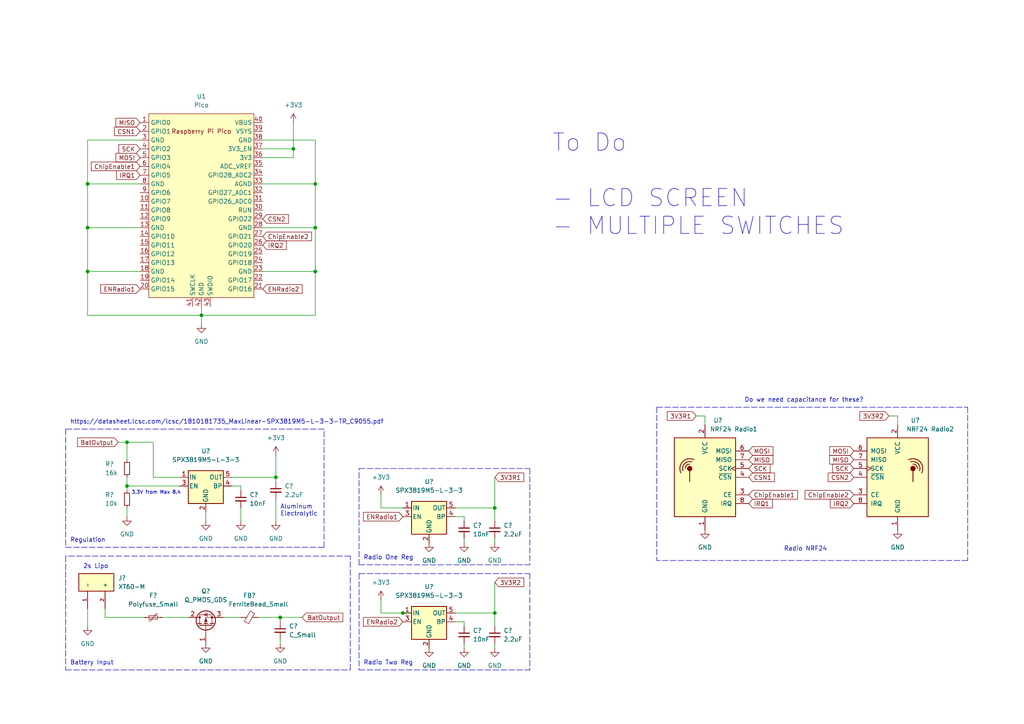
<source format=kicad_sch>
(kicad_sch (version 20211123) (generator eeschema)
  (paper "A4")
  (lib_symbols
    (symbol "Device:C_Small" (pin_numbers hide) (pin_names (offset 0.254) hide)
      (property "Reference" "C" (at 0.254 1.778 0))
      (property "Value" "C_Small" (at 0.254 -2.032 0))
      (symbol "C_Small_0_1"
        (polyline (pts (xy -1.524 -0.508) (xy 1.524 -0.508)) (stroke (width 0.3302)))
        (polyline (pts (xy -1.524 0.508) (xy 1.524 0.508)) (stroke (width 0.3048)))
      )
      (symbol "C_Small_1_1"
        (pin passive line (at 0 2.54 270) (length 2.032) (name "~") (number "1"))
        (pin passive line (at 0 -2.54 90) (length 2.032) (name "~") (number "2"))
      )
    )
    (symbol "Device:FerriteBead_Small" (pin_numbers hide) (pin_names (offset 0))
      (property "Reference" "FB" (at 1.905 1.27 0))
      (property "Value" "FerriteBead_Small" (at 1.905 -1.27 0))
      (symbol "FerriteBead_Small_0_1"
        (polyline (pts (xy 0 -1.27) (xy 0 -0.7874)))
        (polyline (pts (xy 0 0.889) (xy 0 1.2954)))
        (polyline (pts (xy -1.8288 0.2794) (xy -1.1176 1.4986) (xy 1.8288 -0.2032) (xy 1.1176 -1.4224) (xy -1.8288 0.2794)))
      )
      (symbol "FerriteBead_Small_1_1"
        (pin passive line (at 0 2.54 270) (length 1.27) (name "~") (number "1"))
        (pin passive line (at 0 -2.54 90) (length 1.27) (name "~") (number "2"))
      )
    )
    (symbol "Device:Polyfuse_Small" (pin_numbers hide) (pin_names (offset 0))
      (property "Reference" "F" (at -1.905 0 90))
      (property "Value" "Polyfuse_Small" (at 1.905 0 90))
      (symbol "Polyfuse_Small_0_1"
        (rectangle (start -0.508 1.27) (end 0.508 -1.27))
        (polyline (pts (xy 0 2.54) (xy 0 -2.54)))
        (polyline (pts (xy -1.016 1.27) (xy -1.016 0.762) (xy 1.016 -0.762) (xy 1.016 -1.27)))
      )
      (symbol "Polyfuse_Small_1_1"
        (pin passive line (at 0 2.54 270) (length 0.635) (name "~") (number "1"))
        (pin passive line (at 0 -2.54 90) (length 0.635) (name "~") (number "2"))
      )
    )
    (symbol "Device:Q_PMOS_GDS" (pin_names (offset 0) hide)
      (property "Reference" "Q" (at 5.08 1.27 0))
      (property "Value" "Q_PMOS_GDS" (at 5.08 -1.27 0))
      (symbol "Q_PMOS_GDS_0_1"
        (polyline (pts (xy 0.254 0) (xy -2.54 0)))
        (polyline (pts (xy 0.254 1.905) (xy 0.254 -1.905)) (stroke (width 0.254)))
        (polyline (pts (xy 0.762 -1.27) (xy 0.762 -2.286)) (stroke (width 0.254)))
        (polyline (pts (xy 0.762 0.508) (xy 0.762 -0.508)) (stroke (width 0.254)))
        (polyline (pts (xy 0.762 2.286) (xy 0.762 1.27)) (stroke (width 0.254)))
        (polyline (pts (xy 2.54 2.54) (xy 2.54 1.778)))
        (polyline (pts (xy 2.54 -2.54) (xy 2.54 0) (xy 0.762 0)))
        (polyline (pts (xy 0.762 1.778) (xy 3.302 1.778) (xy 3.302 -1.778) (xy 0.762 -1.778)))
        (polyline (pts (xy 2.286 0) (xy 1.27 0.381) (xy 1.27 -0.381) (xy 2.286 0)) (fill (type outline)))
        (polyline (pts (xy 2.794 -0.508) (xy 2.921 -0.381) (xy 3.683 -0.381) (xy 3.81 -0.254)))
        (polyline (pts (xy 3.302 -0.381) (xy 2.921 0.254) (xy 3.683 0.254) (xy 3.302 -0.381)))
        (circle (center 1.651 0) (radius 2.794) (stroke (width 0.254)))
        (circle (center 2.54 -1.778) (radius 0.254) (fill (type outline)))
        (circle (center 2.54 1.778) (radius 0.254) (fill (type outline)))
      )
      (symbol "Q_PMOS_GDS_1_1"
        (pin input line (at -5.08 0 0) (length 2.54) (name "G") (number "1"))
        (pin passive line (at 2.54 5.08 270) (length 2.54) (name "D") (number "2"))
        (pin passive line (at 2.54 -5.08 90) (length 2.54) (name "S") (number "3"))
      )
    )
    (symbol "Device:R_Small" (pin_numbers hide) (pin_names (offset 0.254) hide)
      (property "Reference" "R" (at 0.762 0.508 0))
      (property "Value" "R_Small" (at 0.762 -1.016 0))
      (symbol "R_Small_0_1"
        (rectangle (start -0.762 1.778) (end 0.762 -1.778) (stroke (width 0.2032)))
      )
      (symbol "R_Small_1_1"
        (pin passive line (at 0 2.54 270) (length 0.762) (name "~") (number "1"))
        (pin passive line (at 0 -2.54 90) (length 0.762) (name "~") (number "2"))
      )
    )
    (symbol "MCU_RaspberryPi_and_Boards:Pico"
      (property "Reference" "U" (at -13.97 27.94 0))
      (property "Value" "Pico" (at 0 19.05 0))
      (symbol "Pico_0_0"
        (text "Raspberry Pi Pico" (at 0 21.59 0) (effects (font (size 1.27 1.27))))
      )
      (symbol "Pico_0_1"
        (rectangle (start -15.24 26.67) (end 15.24 -26.67) (fill (type background)))
      )
      (symbol "Pico_1_1"
        (pin bidirectional line (at -17.78 24.13 0) (length 2.54) (name "GPIO0") (number "1"))
        (pin bidirectional line (at -17.78 1.27 0) (length 2.54) (name "GPIO7") (number "10"))
        (pin bidirectional line (at -17.78 -1.27 0) (length 2.54) (name "GPIO8") (number "11"))
        (pin bidirectional line (at -17.78 -3.81 0) (length 2.54) (name "GPIO9") (number "12"))
        (pin power_in line (at -17.78 -6.35 0) (length 2.54) (name "GND") (number "13"))
        (pin bidirectional line (at -17.78 -8.89 0) (length 2.54) (name "GPIO10") (number "14"))
        (pin bidirectional line (at -17.78 -11.43 0) (length 2.54) (name "GPIO11") (number "15"))
        (pin bidirectional line (at -17.78 -13.97 0) (length 2.54) (name "GPIO12") (number "16"))
        (pin bidirectional line (at -17.78 -16.51 0) (length 2.54) (name "GPIO13") (number "17"))
        (pin power_in line (at -17.78 -19.05 0) (length 2.54) (name "GND") (number "18"))
        (pin bidirectional line (at -17.78 -21.59 0) (length 2.54) (name "GPIO14") (number "19"))
        (pin bidirectional line (at -17.78 21.59 0) (length 2.54) (name "GPIO1") (number "2"))
        (pin bidirectional line (at -17.78 -24.13 0) (length 2.54) (name "GPIO15") (number "20"))
        (pin bidirectional line (at 17.78 -24.13 180) (length 2.54) (name "GPIO16") (number "21"))
        (pin bidirectional line (at 17.78 -21.59 180) (length 2.54) (name "GPIO17") (number "22"))
        (pin power_in line (at 17.78 -19.05 180) (length 2.54) (name "GND") (number "23"))
        (pin bidirectional line (at 17.78 -16.51 180) (length 2.54) (name "GPIO18") (number "24"))
        (pin bidirectional line (at 17.78 -13.97 180) (length 2.54) (name "GPIO19") (number "25"))
        (pin bidirectional line (at 17.78 -11.43 180) (length 2.54) (name "GPIO20") (number "26"))
        (pin bidirectional line (at 17.78 -8.89 180) (length 2.54) (name "GPIO21") (number "27"))
        (pin power_in line (at 17.78 -6.35 180) (length 2.54) (name "GND") (number "28"))
        (pin bidirectional line (at 17.78 -3.81 180) (length 2.54) (name "GPIO22") (number "29"))
        (pin power_in line (at -17.78 19.05 0) (length 2.54) (name "GND") (number "3"))
        (pin input line (at 17.78 -1.27 180) (length 2.54) (name "RUN") (number "30"))
        (pin bidirectional line (at 17.78 1.27 180) (length 2.54) (name "GPIO26_ADC0") (number "31"))
        (pin bidirectional line (at 17.78 3.81 180) (length 2.54) (name "GPIO27_ADC1") (number "32"))
        (pin power_in line (at 17.78 6.35 180) (length 2.54) (name "AGND") (number "33"))
        (pin bidirectional line (at 17.78 8.89 180) (length 2.54) (name "GPIO28_ADC2") (number "34"))
        (pin power_in line (at 17.78 11.43 180) (length 2.54) (name "ADC_VREF") (number "35"))
        (pin power_in line (at 17.78 13.97 180) (length 2.54) (name "3V3") (number "36"))
        (pin input line (at 17.78 16.51 180) (length 2.54) (name "3V3_EN") (number "37"))
        (pin bidirectional line (at 17.78 19.05 180) (length 2.54) (name "GND") (number "38"))
        (pin power_in line (at 17.78 21.59 180) (length 2.54) (name "VSYS") (number "39"))
        (pin bidirectional line (at -17.78 16.51 0) (length 2.54) (name "GPIO2") (number "4"))
        (pin power_in line (at 17.78 24.13 180) (length 2.54) (name "VBUS") (number "40"))
        (pin input line (at -2.54 -29.21 90) (length 2.54) (name "SWCLK") (number "41"))
        (pin power_in line (at 0 -29.21 90) (length 2.54) (name "GND") (number "42"))
        (pin bidirectional line (at 2.54 -29.21 90) (length 2.54) (name "SWDIO") (number "43"))
        (pin bidirectional line (at -17.78 13.97 0) (length 2.54) (name "GPIO3") (number "5"))
        (pin bidirectional line (at -17.78 11.43 0) (length 2.54) (name "GPIO4") (number "6"))
        (pin bidirectional line (at -17.78 8.89 0) (length 2.54) (name "GPIO5") (number "7"))
        (pin power_in line (at -17.78 6.35 0) (length 2.54) (name "GND") (number "8"))
        (pin bidirectional line (at -17.78 3.81 0) (length 2.54) (name "GPIO6") (number "9"))
      )
    )
    (symbol "RF:NRF24L01_Breakout" (pin_names (offset 1.016))
      (property "Reference" "U" (at -8.89 12.7 0))
      (property "Value" "NRF24L01_Breakout" (at 3.81 12.7 0))
      (symbol "NRF24L01_Breakout_0_1"
        (rectangle (start -8.89 11.43) (end 8.89 -11.43) (stroke (width 0.254)) (fill (type background)))
        (polyline (pts (xy 4.445 1.905) (xy 4.445 -1.27)) (stroke (width 0.254)))
        (circle (center 4.445 2.54) (radius 0.635) (stroke (width 0.254)) (fill (type outline)))
        (arc (start 5.715 2.54) (mid 5.3521 3.4546) (end 4.445 3.81) (stroke (width 0.254)))
        (arc (start 6.35 1.905) (mid 5.8763 3.9854) (end 3.81 4.445) (stroke (width 0.254)))
        (arc (start 6.985 1.27) (mid 6.453 4.548) (end 3.175 5.08) (stroke (width 0.254)))
      )
      (symbol "NRF24L01_Breakout_1_1"
        (pin power_in line (at 0 -15.24 90) (length 3.81) (name "GND") (number "1"))
        (pin power_in line (at 0 15.24 270) (length 3.81) (name "VCC") (number "2"))
        (pin input line (at -12.7 -5.08 0) (length 3.81) (name "CE") (number "3"))
        (pin input line (at -12.7 0 0) (length 3.81) (name "~{CSN}") (number "4"))
        (pin input clock (at -12.7 2.54 0) (length 3.81) (name "SCK") (number "5"))
        (pin input line (at -12.7 7.62 0) (length 3.81) (name "MOSI") (number "6"))
        (pin output line (at -12.7 5.08 0) (length 3.81) (name "MISO") (number "7"))
        (pin output line (at -12.7 -7.62 0) (length 3.81) (name "IRQ") (number "8"))
      )
    )
    (symbol "Regulator_Linear:SPX3819M5-L-3-3" (pin_names (offset 0.254))
      (property "Reference" "U" (at -3.81 5.715 0))
      (property "Value" "SPX3819M5-L-3-3" (at 0 5.715 0))
      (symbol "SPX3819M5-L-3-3_0_1"
        (rectangle (start -5.08 4.445) (end 5.08 -5.08) (stroke (width 0.254)) (fill (type background)))
      )
      (symbol "SPX3819M5-L-3-3_1_1"
        (pin power_in line (at -7.62 2.54 0) (length 2.54) (name "IN") (number "1"))
        (pin power_in line (at 0 -7.62 90) (length 2.54) (name "GND") (number "2"))
        (pin input line (at -7.62 0 0) (length 2.54) (name "EN") (number "3"))
        (pin input line (at 7.62 0 180) (length 2.54) (name "BP") (number "4"))
        (pin power_out line (at 7.62 2.54 180) (length 2.54) (name "OUT") (number "5"))
      )
    )
    (symbol "XT60-M:XT60-M" (pin_names (offset 1.016))
      (property "Reference" "J" (at -2.54 5.715 0))
      (property "Value" "XT60-M" (at -2.794 -6.35 0))
      (symbol "XT60-M_0_0"
        (rectangle (start -2.54 -5.08) (end 2.54 5.08) (stroke (width 0.254)) (fill (type background)))
        (pin passive line (at -7.62 2.54 0) (length 5.08) (name "-") (number "1"))
        (pin passive line (at -7.62 -2.54 0) (length 5.08) (name "+") (number "2"))
      )
    )
    (symbol "power:+3V3" (power) (pin_names (offset 0))
      (property "Value" "+3V3" (at 0 3.556 0))
      (symbol "+3V3_0_1"
        (polyline (pts (xy -0.762 1.27) (xy 0 2.54)))
        (polyline (pts (xy 0 0) (xy 0 2.54)))
        (polyline (pts (xy 0 2.54) (xy 0.762 1.27)))
      )
      (symbol "+3V3_1_1"
        (pin power_in line (at 0 0 90) (length 0) hide (name "+3V3") (number "1"))
      )
    )
    (symbol "power:GND" (power) (pin_names (offset 0))
      (property "Value" "GND" (at 0 -3.81 0))
      (symbol "GND_0_1"
        (polyline (pts (xy 0 0) (xy 0 -1.27) (xy 1.27 -1.27) (xy 0 -2.54) (xy -1.27 -1.27) (xy 0 -1.27)))
      )
      (symbol "GND_1_1"
        (pin power_in line (at 0 0 270) (length 0) hide (name "GND") (number "1"))
      )
    )
  )
  (junction (at 91.44 78.74))
  (junction (at 91.44 53.34))
  (junction (at 25.4 53.34))
  (junction (at 143.51 177.8))
  (junction (at 36.83 140.97))
  (junction (at 143.51 147.32))
  (junction (at 91.44 66.04))
  (junction (at 36.83 128.27))
  (junction (at 116.84 177.8))
  (junction (at 80.01 138.43))
  (junction (at 85.09 43.18))
  (junction (at 81.28 179.07))
  (junction (at 25.4 78.74))
  (junction (at 58.42 91.44))
  (junction (at 25.4 66.04))
  (wire (pts (xy 110.49 177.8) (xy 110.49 173.99)))
  (wire (pts (xy 143.51 147.32) (xy 143.51 151.13)))
  (wire (pts (xy 58.42 91.44) (xy 58.42 93.98)))
  (wire (pts (xy 143.51 177.8) (xy 143.51 181.61)))
  (wire (pts (xy 81.28 185.42) (xy 81.28 186.69)))
  (wire (pts (xy 134.62 149.86) (xy 134.62 151.13)))
  (wire (pts (xy 81.28 179.07) (xy 81.28 180.34)))
  (wire (pts (xy 76.2 78.74) (xy 91.44 78.74)))
  (wire (pts (xy 85.09 43.18) (xy 85.09 45.72)))
  (wire (pts (xy 260.35 120.65) (xy 260.35 123.19)))
  (polyline (pts (xy 93.98 124.46) (xy 19.05 124.46)))
  (wire (pts (xy 30.48 179.07) (xy 41.91 179.07)))
  (polyline (pts (xy 104.14 135.89) (xy 153.67 135.89)))
  (wire (pts (xy 116.84 177.8) (xy 110.49 177.8)))
  (wire (pts (xy 257.81 120.65) (xy 260.35 120.65)))
  (wire (pts (xy 85.09 35.56) (xy 85.09 43.18)))
  (wire (pts (xy 34.29 128.27) (xy 36.83 128.27)))
  (wire (pts (xy 116.84 147.32) (xy 110.49 147.32)))
  (wire (pts (xy 25.4 53.34) (xy 25.4 66.04)))
  (polyline (pts (xy 153.67 166.37) (xy 153.67 194.31)))
  (polyline (pts (xy 104.14 163.83) (xy 153.67 163.83)))
  (wire (pts (xy 134.62 180.34) (xy 134.62 181.61)))
  (wire (pts (xy 132.08 149.86) (xy 134.62 149.86)))
  (wire (pts (xy 69.85 140.97) (xy 69.85 142.24)))
  (polyline (pts (xy 104.14 166.37) (xy 104.14 194.31)))
  (polyline (pts (xy 19.05 194.31) (xy 101.6 194.31)))
  (wire (pts (xy 134.62 156.21) (xy 134.62 157.48)))
  (wire (pts (xy 201.93 120.65) (xy 204.47 120.65)))
  (wire (pts (xy 143.51 156.21) (xy 143.51 157.48)))
  (wire (pts (xy 81.28 179.07) (xy 87.63 179.07)))
  (wire (pts (xy 76.2 45.72) (xy 85.09 45.72)))
  (polyline (pts (xy 104.14 194.31) (xy 153.67 194.31)))
  (polyline (pts (xy 101.6 194.31) (xy 101.6 161.29)))
  (wire (pts (xy 119.38 177.8) (xy 116.84 177.8)))
  (wire (pts (xy 25.4 66.04) (xy 25.4 78.74)))
  (wire (pts (xy 69.85 147.32) (xy 69.85 151.13)))
  (wire (pts (xy 80.01 132.08) (xy 80.01 138.43)))
  (wire (pts (xy 91.44 40.64) (xy 91.44 53.34)))
  (wire (pts (xy 67.31 140.97) (xy 69.85 140.97)))
  (wire (pts (xy 25.4 40.64) (xy 25.4 53.34)))
  (wire (pts (xy 36.83 140.97) (xy 52.07 140.97)))
  (wire (pts (xy 91.44 53.34) (xy 91.44 66.04)))
  (wire (pts (xy 25.4 78.74) (xy 25.4 91.44)))
  (wire (pts (xy 46.99 179.07) (xy 54.61 179.07)))
  (wire (pts (xy 132.08 180.34) (xy 134.62 180.34)))
  (wire (pts (xy 36.83 128.27) (xy 36.83 133.35)))
  (wire (pts (xy 36.83 128.27) (xy 44.45 128.27)))
  (polyline (pts (xy 153.67 135.89) (xy 153.67 163.83)))
  (wire (pts (xy 25.4 53.34) (xy 40.64 53.34)))
  (polyline (pts (xy 190.5 118.11) (xy 280.67 118.11)))
  (wire (pts (xy 36.83 138.43) (xy 36.83 140.97)))
  (wire (pts (xy 25.4 176.53) (xy 25.4 181.61)))
  (wire (pts (xy 36.83 147.32) (xy 36.83 149.86)))
  (wire (pts (xy 36.83 140.97) (xy 36.83 142.24)))
  (wire (pts (xy 30.48 176.53) (xy 30.48 179.07)))
  (polyline (pts (xy 104.14 166.37) (xy 153.67 166.37)))
  (polyline (pts (xy 104.14 163.83) (xy 104.14 135.89)))
  (wire (pts (xy 44.45 128.27) (xy 44.45 138.43)))
  (wire (pts (xy 76.2 53.34) (xy 91.44 53.34)))
  (polyline (pts (xy 190.5 118.11) (xy 190.5 162.56)))
  (polyline (pts (xy 19.05 161.29) (xy 19.05 194.31)))
  (wire (pts (xy 25.4 66.04) (xy 40.64 66.04)))
  (wire (pts (xy 80.01 144.78) (xy 80.01 151.13)))
  (wire (pts (xy 76.2 43.18) (xy 85.09 43.18)))
  (polyline (pts (xy 19.05 124.46) (xy 19.05 158.75)))
  (wire (pts (xy 134.62 186.69) (xy 134.62 187.96)))
  (polyline (pts (xy 93.98 158.75) (xy 93.98 124.46)))
  (wire (pts (xy 132.08 177.8) (xy 143.51 177.8)))
  (wire (pts (xy 40.64 40.64) (xy 25.4 40.64)))
  (wire (pts (xy 59.69 148.59) (xy 59.69 151.13)))
  (wire (pts (xy 80.01 138.43) (xy 80.01 139.7)))
  (polyline (pts (xy 280.67 118.11) (xy 280.67 162.56)))
  (wire (pts (xy 44.45 138.43) (xy 52.07 138.43)))
  (wire (pts (xy 143.51 138.43) (xy 143.51 147.32)))
  (wire (pts (xy 74.93 179.07) (xy 81.28 179.07)))
  (wire (pts (xy 110.49 143.51) (xy 110.49 147.32)))
  (wire (pts (xy 143.51 168.91) (xy 143.51 177.8)))
  (wire (pts (xy 204.47 120.65) (xy 204.47 123.19)))
  (wire (pts (xy 76.2 40.64) (xy 91.44 40.64)))
  (wire (pts (xy 132.08 147.32) (xy 143.51 147.32)))
  (polyline (pts (xy 101.6 161.29) (xy 19.05 161.29)))
  (wire (pts (xy 64.77 179.07) (xy 69.85 179.07)))
  (wire (pts (xy 25.4 78.74) (xy 40.64 78.74)))
  (wire (pts (xy 58.42 91.44) (xy 91.44 91.44)))
  (polyline (pts (xy 280.67 162.56) (xy 190.5 162.56)))
  (wire (pts (xy 143.51 186.69) (xy 143.51 187.96)))
  (polyline (pts (xy 19.05 158.75) (xy 93.98 158.75)))
  (wire (pts (xy 76.2 66.04) (xy 91.44 66.04)))
  (wire (pts (xy 58.42 88.9) (xy 58.42 91.44)))
  (wire (pts (xy 91.44 78.74) (xy 91.44 91.44)))
  (wire (pts (xy 25.4 91.44) (xy 58.42 91.44)))
  (wire (pts (xy 67.31 138.43) (xy 80.01 138.43)))
  (wire (pts (xy 91.44 66.04) (xy 91.44 78.74)))
  (text "3.3V from Max 8.4\n" (at 38.1 143.51 0) (effects (font (size 1 1)) (justify left bottom)))
  (text "Regulation\n" (at 20.32 157.48 0) (effects (font (size 1.27 1.27)) (justify left bottom)))
  (text "To Do\n\n- LCD SCREEN\n- MULTIPLE SWITCHES" (at 160.02 68.58 0) (effects (font (size 5 5)) (justify left bottom)))
  (text "Radio One Reg" (at 105.41 162.56 0) (effects (font (size 1.27 1.27)) (justify left bottom)))
  (text "Do we need capacitance for these?" (at 215.9 116.84 0) (effects (font (size 1.27 1.27)) (justify left bottom)))
  (text "Radio NRF24" (at 227.33 160.02 0) (effects (font (size 1.27 1.27)) (justify left bottom)))
  (text "Radio Two Reg" (at 105.41 193.04 0) (effects (font (size 1.27 1.27)) (justify left bottom)))
  (text "Aluminum \nElectrolytic " (at 81.28 149.86 0) (effects (font (size 1.27 1.27)) (justify left bottom)))
  (text "https://datasheet.lcsc.com/lcsc/1810181735_MaxLinear-SPX3819M5-L-3-3-TR_C9055.pdf" (at 20.32 123.19 0) (effects (font (size 1.27 1.27)) (justify left bottom)))
  (text "2s Lipo\n" (at 24.13 165.1 0) (effects (font (size 1.27 1.27)) (justify left bottom)))
  (text "Battery Input \n" (at 20.32 193.04 0) (effects (font (size 1.27 1.27)) (justify left bottom)))
  (global_label "IRQ2" (shape input) (at 76.2 71.12 0) (property "Intersheet References" "${INTERSHEET_REFS}" (effects hide)))
  (global_label "MISO" (shape input) (at 247.65 133.35 180) (property "Intersheet References" "${INTERSHEET_REFS}" (effects hide)))
  (global_label "ChipEnable1" (shape input) (at 40.64 48.26 180) (property "Intersheet References" "${INTERSHEET_REFS}" (effects hide)))
  (global_label "ChipEnable1" (shape input) (at 217.17 143.51 0) (property "Intersheet References" "${INTERSHEET_REFS}" (effects hide)))
  (global_label "CSN2" (shape input) (at 76.2 63.5 0) (property "Intersheet References" "${INTERSHEET_REFS}" (effects hide)))
  (global_label "MOSI" (shape input) (at 40.64 45.72 180) (property "Intersheet References" "${INTERSHEET_REFS}" (effects hide)))
  (global_label "ChipEnable2" (shape input) (at 247.65 143.51 180) (property "Intersheet References" "${INTERSHEET_REFS}" (effects hide)))
  (global_label "3V3R2" (shape input) (at 257.81 120.65 180) (property "Intersheet References" "${INTERSHEET_REFS}" (effects hide)))
  (global_label "MISO" (shape input) (at 40.64 35.56 180) (property "Intersheet References" "${INTERSHEET_REFS}" (effects hide)))
  (global_label "3V3R1" (shape input) (at 143.51 138.43 0) (property "Intersheet References" "${INTERSHEET_REFS}" (effects hide)))
  (global_label "MISO" (shape input) (at 217.17 133.35 0) (property "Intersheet References" "${INTERSHEET_REFS}" (effects hide)))
  (global_label "ChipEnable2" (shape input) (at 76.2 68.58 0) (property "Intersheet References" "${INTERSHEET_REFS}" (effects hide)))
  (global_label "ENRadio1" (shape input) (at 116.84 149.86 180) (property "Intersheet References" "${INTERSHEET_REFS}" (effects hide)))
  (global_label "ENRadio1" (shape input) (at 40.64 83.82 180) (property "Intersheet References" "${INTERSHEET_REFS}" (effects hide)))
  (global_label "3V3R1" (shape input) (at 201.93 120.65 180) (property "Intersheet References" "${INTERSHEET_REFS}" (effects hide)))
  (global_label "SCK" (shape input) (at 247.65 135.89 180) (property "Intersheet References" "${INTERSHEET_REFS}" (effects hide)))
  (global_label "3V3R2" (shape input) (at 143.51 168.91 0) (property "Intersheet References" "${INTERSHEET_REFS}" (effects hide)))
  (global_label "ENRadio2" (shape input) (at 116.84 180.34 180) (property "Intersheet References" "${INTERSHEET_REFS}" (effects hide)))
  (global_label "IRQ2" (shape input) (at 247.65 146.05 180) (property "Intersheet References" "${INTERSHEET_REFS}" (effects hide)))
  (global_label "BatOutput" (shape input) (at 34.29 128.27 180) (property "Intersheet References" "${INTERSHEET_REFS}" (effects hide)))
  (global_label "SCK" (shape input) (at 217.17 135.89 0) (property "Intersheet References" "${INTERSHEET_REFS}" (effects hide)))
  (global_label "IRQ1" (shape input) (at 217.17 146.05 0) (property "Intersheet References" "${INTERSHEET_REFS}" (effects hide)))
  (global_label "CSN2" (shape input) (at 247.65 138.43 180) (property "Intersheet References" "${INTERSHEET_REFS}" (effects hide)))
  (global_label "CSN1" (shape input) (at 217.17 138.43 0) (property "Intersheet References" "${INTERSHEET_REFS}" (effects hide)))
  (global_label "MOSI" (shape input) (at 247.65 130.81 180) (property "Intersheet References" "${INTERSHEET_REFS}" (effects hide)))
  (global_label "MOSI" (shape input) (at 217.17 130.81 0) (property "Intersheet References" "${INTERSHEET_REFS}" (effects hide)))
  (global_label "SCK" (shape input) (at 40.64 43.18 180) (property "Intersheet References" "${INTERSHEET_REFS}" (effects hide)))
  (global_label "CSN1" (shape input) (at 40.64 38.1 180) (property "Intersheet References" "${INTERSHEET_REFS}" (effects hide)))
  (global_label "ENRadio2" (shape input) (at 76.2 83.82 0) (property "Intersheet References" "${INTERSHEET_REFS}" (effects hide)))
  (global_label "BatOutput" (shape input) (at 87.63 179.07 0) (property "Intersheet References" "${INTERSHEET_REFS}" (effects hide)))
  (global_label "IRQ1" (shape input) (at 40.64 50.8 180) (property "Intersheet References" "${INTERSHEET_REFS}" (effects hide)))
  (symbol (lib_id "XT60-M:XT60-M") (at 27.94 168.91 90) (unit 1)
    (property "Reference" "J?" (at 34.29 167.6399 90) (effects (justify right)))
    (property "Value" "XT60-M" (at 34.29 170.1799 90) (effects (justify right)))
    (property "MANUFACTURER" "AMASS" (effects hide))
    (property "PARTREV" "1.2" (effects hide))
    (property "STANDARD" "IPC-7251" (effects hide))
  )
  (symbol (lib_id "power:GND") (at 124.46 187.96 0) (mirror y) (unit 1)
    (property "Reference" "#PWR?" (effects hide))
    (property "Value" "GND" (at 124.46 193.04 0))
  )
  (symbol (lib_id "power:GND") (at 25.4 181.61 0) (unit 1)
    (property "Reference" "#PWR?" (effects hide))
    (property "Value" "GND" (at 25.4 186.69 0))
  )
  (symbol (lib_id "power:GND") (at 260.35 153.67 0) (unit 1)
    (property "Reference" "#PWR?" (effects hide))
    (property "Value" "GND" (at 260.35 158.75 0))
  )
  (symbol (lib_id "Device:C_Small") (at 80.01 142.24 0) (unit 1)
    (property "Reference" "C?" (at 82.55 140.9762 0) (effects (justify left)))
    (property "Value" "2.2uF" (at 82.55 143.5162 0) (effects (justify left)))
  )
  (symbol (lib_id "power:GND") (at 134.62 187.96 0) (unit 1)
    (property "Reference" "#PWR?" (effects hide))
    (property "Value" "GND" (at 134.62 193.04 0))
  )
  (symbol (lib_id "power:GND") (at 58.42 93.98 0) (unit 1)
    (property "Reference" "#PWR?" (effects hide))
    (property "Value" "GND" (at 58.42 99.06 0))
  )
  (symbol (lib_id "MCU_RaspberryPi_and_Boards:Pico") (at 58.42 59.69 0) (unit 1)
    (property "Reference" "U1" (at 58.42 27.94 0))
    (property "Value" "Pico" (at 58.42 30.48 0))
    (property "Footprint" "MCU_RaspberryPi_and_Boards:RPi_Pico_SMD_TH" (effects hide))
  )
  (symbol (lib_id "Regulator_Linear:SPX3819M5-L-3-3") (at 124.46 180.34 0) (unit 1)
    (property "Reference" "U?" (at 124.46 170.18 0))
    (property "Value" "SPX3819M5-L-3-3" (at 124.46 172.72 0))
    (property "Footprint" "Package_TO_SOT_SMD:SOT-23-5" (effects hide))
    (property "Datasheet" "https://www.exar.com/content/document.ashx?id=22106&languageid=1033&type=Datasheet&partnumber=SPX3819&filename=SPX3819.pdf&part=SPX3819" (effects hide))
  )
  (symbol (lib_id "Device:C_Small") (at 134.62 184.15 0) (unit 1)
    (property "Reference" "C?" (at 137.16 182.8862 0) (effects (justify left)))
    (property "Value" "10nF" (at 137.16 185.4262 0) (effects (justify left)))
  )
  (symbol (lib_id "Regulator_Linear:SPX3819M5-L-3-3") (at 59.69 140.97 0) (unit 1)
    (property "Reference" "U?" (at 59.69 130.81 0))
    (property "Value" "SPX3819M5-L-3-3" (at 59.69 133.35 0))
    (property "Footprint" "Package_TO_SOT_SMD:SOT-23-5" (effects hide))
    (property "Datasheet" "https://www.exar.com/content/document.ashx?id=22106&languageid=1033&type=Datasheet&partnumber=SPX3819&filename=SPX3819.pdf&part=SPX3819" (effects hide))
  )
  (symbol (lib_id "power:GND") (at 80.01 151.13 0) (unit 1)
    (property "Reference" "#PWR?" (effects hide))
    (property "Value" "GND" (at 80.01 156.21 0))
  )
  (symbol (lib_id "Device:R_Small") (at 36.83 144.78 0) (unit 1)
    (property "Reference" "R?" (at 30.48 143.51 0) (effects (justify left)))
    (property "Value" "10k" (at 30.48 146.05 0) (effects (justify left)))
  )
  (symbol (lib_id "Device:C_Small") (at 134.62 153.67 0) (unit 1)
    (property "Reference" "C?" (at 137.16 152.4062 0) (effects (justify left)))
    (property "Value" "10nF" (at 137.16 154.9462 0) (effects (justify left)))
  )
  (symbol (lib_id "Device:FerriteBead_Small") (at 72.39 179.07 90) (unit 1)
    (property "Reference" "FB?" (at 72.3519 172.72 90))
    (property "Value" "FerriteBead_Small" (at 74.93 175.26 90))
  )
  (symbol (lib_id "Regulator_Linear:SPX3819M5-L-3-3") (at 124.46 149.86 0) (unit 1)
    (property "Reference" "U?" (at 124.46 139.7 0))
    (property "Value" "SPX3819M5-L-3-3" (at 124.46 142.24 0))
    (property "Footprint" "Package_TO_SOT_SMD:SOT-23-5" (effects hide))
    (property "Datasheet" "https://www.exar.com/content/document.ashx?id=22106&languageid=1033&type=Datasheet&partnumber=SPX3819&filename=SPX3819.pdf&part=SPX3819" (effects hide))
  )
  (symbol (lib_id "power:GND") (at 143.51 157.48 0) (unit 1)
    (property "Reference" "#PWR?" (effects hide))
    (property "Value" "GND" (at 143.51 162.56 0))
  )
  (symbol (lib_id "power:GND") (at 143.51 187.96 0) (unit 1)
    (property "Reference" "#PWR?" (effects hide))
    (property "Value" "GND" (at 143.51 193.04 0))
  )
  (symbol (lib_id "power:+3V3") (at 85.09 35.56 0) (unit 1)
    (property "Reference" "#PWR?" (effects hide))
    (property "Value" "+3V3" (at 85.09 30.48 0))
  )
  (symbol (lib_id "power:GND") (at 124.46 157.48 0) (mirror y) (unit 1)
    (property "Reference" "#PWR?" (effects hide))
    (property "Value" "GND" (at 124.46 162.56 0))
  )
  (symbol (lib_id "Device:R_Small") (at 36.83 135.89 0) (unit 1)
    (property "Reference" "R?" (at 30.48 134.62 0) (effects (justify left)))
    (property "Value" "16k" (at 30.48 137.16 0) (effects (justify left)))
  )
  (symbol (lib_id "power:GND") (at 81.28 186.69 0) (unit 1)
    (property "Reference" "#PWR?" (effects hide))
    (property "Value" "GND" (at 81.28 191.77 0))
  )
  (symbol (lib_id "power:GND") (at 59.69 151.13 0) (unit 1)
    (property "Reference" "#PWR?" (effects hide))
    (property "Value" "GND" (at 59.69 156.21 0))
  )
  (symbol (lib_id "Device:Q_PMOS_GDS") (at 59.69 181.61 90) (unit 1)
    (property "Reference" "Q?" (at 59.69 171.45 90))
    (property "Value" "Q_PMOS_GDS" (at 59.69 173.99 90))
  )
  (symbol (lib_id "power:GND") (at 204.47 153.67 0) (mirror y) (unit 1)
    (property "Reference" "#PWR?" (effects hide))
    (property "Value" "GND" (at 204.47 158.75 0))
  )
  (symbol (lib_id "Device:C_Small") (at 143.51 184.15 0) (unit 1)
    (property "Reference" "C?" (at 146.05 182.8862 0) (effects (justify left)))
    (property "Value" "2.2uF" (at 146.05 185.4262 0) (effects (justify left)))
  )
  (symbol (lib_id "Device:C_Small") (at 143.51 153.67 0) (unit 1)
    (property "Reference" "C?" (at 146.05 152.4062 0) (effects (justify left)))
    (property "Value" "2.2uF" (at 146.05 154.9462 0) (effects (justify left)))
  )
  (symbol (lib_id "Device:C_Small") (at 69.85 144.78 0) (unit 1)
    (property "Reference" "C?" (at 72.39 143.5162 0) (effects (justify left)))
    (property "Value" "10nF" (at 72.39 146.0562 0) (effects (justify left)))
  )
  (symbol (lib_id "power:GND") (at 59.69 186.69 0) (unit 1)
    (property "Reference" "#PWR?" (effects hide))
    (property "Value" "GND" (at 59.69 191.77 0))
  )
  (symbol (lib_id "power:GND") (at 134.62 157.48 0) (unit 1)
    (property "Reference" "#PWR?" (effects hide))
    (property "Value" "GND" (at 134.62 162.56 0))
  )
  (symbol (lib_id "RF:NRF24L01_Breakout") (at 260.35 138.43 0) (unit 1)
    (property "Reference" "U?" (at 264.16 121.92 0) (effects (justify left)))
    (property "Value" "NRF24 Radio2" (at 262.89 124.46 0) (effects (justify left)))
    (property "Footprint" "RF_Module:nRF24L01_Breakout" (effects hide))
    (property "Datasheet" "http://www.nordicsemi.com/eng/content/download/2730/34105/file/nRF24L01_Product_Specification_v2_0.pdf" (effects hide))
  )
  (symbol (lib_id "power:+3V3") (at 80.01 132.08 0) (unit 1)
    (property "Reference" "#PWR?" (effects hide))
    (property "Value" "+3V3" (at 80.01 127 0))
  )
  (symbol (lib_id "power:GND") (at 36.83 149.86 0) (unit 1)
    (property "Reference" "#PWR?" (effects hide))
    (property "Value" "GND" (at 36.83 154.94 0))
  )
  (symbol (lib_id "power:GND") (at 69.85 151.13 0) (unit 1)
    (property "Reference" "#PWR?" (effects hide))
    (property "Value" "GND" (at 69.85 156.21 0))
  )
  (symbol (lib_id "power:+3V3") (at 110.49 173.99 0) (mirror y) (unit 1)
    (property "Reference" "#PWR?" (effects hide))
    (property "Value" "+3V3" (at 110.49 168.91 0))
  )
  (symbol (lib_id "Device:C_Small") (at 81.28 182.88 0) (unit 1)
    (property "Reference" "C?" (at 83.82 181.6162 0) (effects (justify left)))
    (property "Value" "C_Small" (at 83.82 184.1562 0) (effects (justify left)))
  )
  (symbol (lib_id "Device:Polyfuse_Small") (at 44.45 179.07 90) (unit 1)
    (property "Reference" "F?" (at 44.45 172.72 90))
    (property "Value" "Polyfuse_Small" (at 44.45 175.26 90))
  )
  (symbol (lib_id "RF:NRF24L01_Breakout") (at 204.47 138.43 0) (mirror y) (unit 1)
    (property "Reference" "U?" (at 209.55 121.92 0) (effects (justify left)))
    (property "Value" "NRF24 Radio1" (at 219.71 124.46 0) (effects (justify left)))
    (property "Footprint" "RF_Module:nRF24L01_Breakout" (effects hide))
    (property "Datasheet" "http://www.nordicsemi.com/eng/content/download/2730/34105/file/nRF24L01_Product_Specification_v2_0.pdf" (effects hide))
  )
  (symbol (lib_id "power:+3V3") (at 110.49 143.51 0) (mirror y) (unit 1)
    (property "Reference" "#PWR?" (effects hide))
    (property "Value" "+3V3" (at 110.49 138.43 0))
  )
)
</source>
